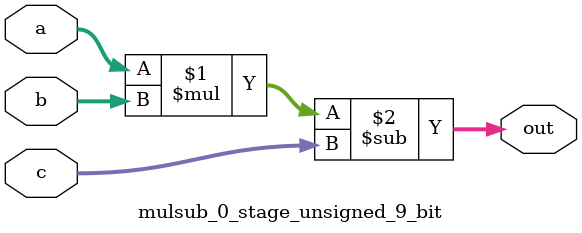
<source format=sv>
(* use_dsp = "yes" *) module mulsub_0_stage_unsigned_9_bit(
	input  [8:0] a,
	input  [8:0] b,
	input  [8:0] c,
	output [8:0] out
	);

	assign out = (a * b) - c;
endmodule

</source>
